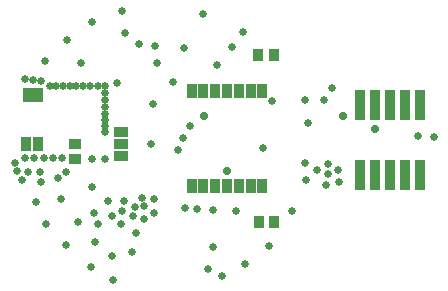
<source format=gts>
G75*
G70*
%OFA0B0*%
%FSLAX24Y24*%
%IPPOS*%
%LPD*%
%AMOC8*
5,1,8,0,0,1.08239X$1,22.5*
%
%ADD10R,0.0474X0.0330*%
%ADD11R,0.0330X0.0474*%
%ADD12R,0.0356X0.0434*%
%ADD13R,0.0379X0.1025*%
%ADD14R,0.0336X0.0474*%
%ADD15R,0.0710X0.0474*%
%ADD16R,0.0434X0.0356*%
%ADD17C,0.0260*%
%ADD18C,0.0280*%
D10*
X004089Y005079D03*
X004089Y005473D03*
X004089Y005866D03*
D11*
X006451Y007244D03*
X006845Y007244D03*
X007238Y007244D03*
X007632Y007244D03*
X008026Y007244D03*
X008419Y007244D03*
X008813Y007244D03*
X008813Y004095D03*
X008419Y004095D03*
X008026Y004095D03*
X007632Y004095D03*
X007238Y004095D03*
X006845Y004095D03*
X006451Y004095D03*
D12*
X008692Y002886D03*
X009203Y002886D03*
X009190Y008461D03*
X008679Y008461D03*
D13*
X012062Y006772D03*
X012562Y006772D03*
X013062Y006772D03*
X013562Y006772D03*
X014062Y006772D03*
X014062Y004449D03*
X013562Y004449D03*
X013062Y004449D03*
X012562Y004449D03*
X012062Y004449D03*
D14*
X001333Y005474D03*
X000939Y005474D03*
D15*
X001156Y007116D03*
D16*
X002572Y005479D03*
X002572Y004967D03*
D17*
X002249Y002104D03*
X001607Y002807D03*
X002657Y002879D03*
X003205Y003186D03*
X003331Y002814D03*
X003789Y003084D03*
X004138Y003241D03*
X004509Y003084D03*
X004576Y003370D03*
X004878Y003401D03*
X004803Y003671D03*
X005195Y003644D03*
X005183Y003182D03*
X004878Y002971D03*
X004596Y002508D03*
X004103Y002818D03*
X004184Y003581D03*
X003667Y003585D03*
X003142Y004039D03*
X002265Y004533D03*
X001997Y004358D03*
X001446Y004227D03*
X001394Y004533D03*
X000988Y004561D03*
X000807Y004278D03*
X000637Y004568D03*
X000551Y004840D03*
X000913Y005014D03*
X001208Y005014D03*
X001523Y005014D03*
X001838Y005014D03*
X002122Y005014D03*
X003137Y004974D03*
X003572Y004979D03*
X003549Y005864D03*
X003549Y006065D03*
X003549Y006266D03*
X003549Y006478D03*
X003549Y006698D03*
X003549Y006941D03*
X003549Y007168D03*
X003549Y007403D03*
X003318Y007403D03*
X003075Y007403D03*
X002825Y007403D03*
X002609Y007403D03*
X002389Y007403D03*
X002158Y007403D03*
X001945Y007403D03*
X001733Y007403D03*
X001435Y007596D03*
X001152Y007610D03*
X000884Y007632D03*
X001577Y008248D03*
X002290Y008951D03*
X003146Y009542D03*
X004124Y009929D03*
X004216Y009196D03*
X004703Y008817D03*
X005217Y008758D03*
X005306Y008176D03*
X005838Y007546D03*
X005162Y006813D03*
X003972Y007503D03*
X002779Y008166D03*
X006208Y008664D03*
X007312Y008120D03*
X007784Y008723D03*
X008180Y009226D03*
X006825Y009817D03*
X009135Y006901D03*
X010238Y006944D03*
X010866Y006944D03*
X011139Y007354D03*
X010317Y006174D03*
X008823Y005347D03*
X010222Y004838D03*
X010629Y004598D03*
X010999Y004482D03*
X011006Y004823D03*
X011340Y004606D03*
X011362Y004199D03*
X010927Y004104D03*
X010266Y004279D03*
X009787Y003248D03*
X009015Y002094D03*
X008241Y001483D03*
X007466Y001075D03*
X007001Y001307D03*
X007151Y002043D03*
X007935Y003233D03*
X007151Y003277D03*
X006643Y003313D03*
X006243Y003342D03*
X004471Y001890D03*
X003814Y001753D03*
X003248Y002206D03*
X003085Y001380D03*
X003818Y000942D03*
X001271Y003551D03*
X002096Y003633D03*
X005096Y005477D03*
X005982Y005295D03*
X006177Y005696D03*
X006387Y006087D03*
X014007Y005742D03*
X014525Y005715D03*
D18*
X012563Y005981D03*
X011502Y006407D03*
X007636Y004581D03*
X006873Y006426D03*
M02*

</source>
